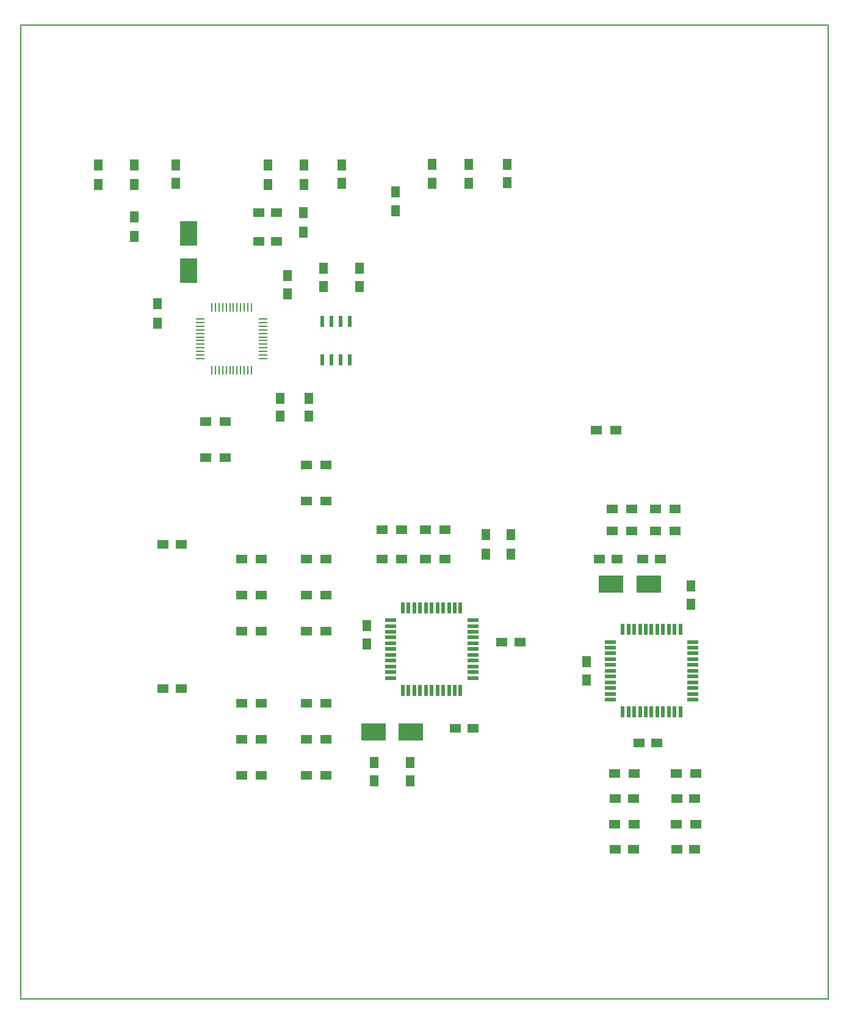
<source format=gbr>
%TF.GenerationSoftware,KiCad,Pcbnew,(5.0.1-3-g963ef8bb5)*%
%TF.CreationDate,2019-05-12T17:35:21+02:00*%
%TF.ProjectId,KaJUSBhub,4B614A5553426875622E6B696361645F,0.2*%
%TF.SameCoordinates,Original*%
%TF.FileFunction,Paste,Top*%
%TF.FilePolarity,Positive*%
%FSLAX46Y46*%
G04 Gerber Fmt 4.6, Leading zero omitted, Abs format (unit mm)*
G04 Created by KiCad (PCBNEW (5.0.1-3-g963ef8bb5)) date Sonntag, 12. Mai 2019 um 17:35:21*
%MOMM*%
%LPD*%
G01*
G04 APERTURE LIST*
%ADD10C,0.150000*%
%ADD11R,1.300000X1.500000*%
%ADD12R,1.250000X1.500000*%
%ADD13R,1.300000X0.250000*%
%ADD14R,0.250000X1.300000*%
%ADD15R,1.500000X1.250000*%
%ADD16R,1.500000X1.300000*%
%ADD17R,0.600000X1.550000*%
%ADD18R,3.500000X2.400000*%
%ADD19R,2.400000X3.500000*%
%ADD20R,0.550000X1.500000*%
%ADD21R,1.500000X0.550000*%
G04 APERTURE END LIST*
D10*
X108000000Y-155000000D02*
X108000000Y-20000000D01*
X220000000Y-155000000D02*
X108000000Y-155000000D01*
X108000000Y-20000000D02*
X220000000Y-20000000D01*
X220000000Y-20000000D02*
X220000000Y-155000000D01*
D11*
X176000000Y-90650000D03*
X176000000Y-93350000D03*
D12*
X156000000Y-105750000D03*
X156000000Y-103250000D03*
D13*
X141600000Y-66250000D03*
X141600000Y-65750000D03*
X141600000Y-65250000D03*
X141600000Y-64750000D03*
X141600000Y-64250000D03*
X141600000Y-63750000D03*
X141600000Y-63250000D03*
X141600000Y-62750000D03*
X141600000Y-62250000D03*
X141600000Y-61750000D03*
X141600000Y-61250000D03*
X141600000Y-60750000D03*
D14*
X140000000Y-59150000D03*
X139500000Y-59150000D03*
X139000000Y-59150000D03*
X138500000Y-59150000D03*
X138000000Y-59150000D03*
X137500000Y-59150000D03*
X137000000Y-59150000D03*
X136500000Y-59150000D03*
X136000000Y-59150000D03*
X135500000Y-59150000D03*
X135000000Y-59150000D03*
X134500000Y-59150000D03*
D13*
X132900000Y-60750000D03*
X132900000Y-61250000D03*
X132900000Y-61750000D03*
X132900000Y-62250000D03*
X132900000Y-62750000D03*
X132900000Y-63250000D03*
X132900000Y-63750000D03*
X132900000Y-64250000D03*
X132900000Y-64750000D03*
X132900000Y-65250000D03*
X132900000Y-65750000D03*
X132900000Y-66250000D03*
D14*
X134500000Y-67850000D03*
X135000000Y-67850000D03*
X135500000Y-67850000D03*
X136000000Y-67850000D03*
X136500000Y-67850000D03*
X137000000Y-67850000D03*
X137500000Y-67850000D03*
X138000000Y-67850000D03*
X138500000Y-67850000D03*
X139000000Y-67850000D03*
X139500000Y-67850000D03*
X140000000Y-67850000D03*
D15*
X201500000Y-127250000D03*
X199000000Y-127250000D03*
X201500000Y-134250000D03*
X199000000Y-134250000D03*
D12*
X162000000Y-122250000D03*
X162000000Y-124750000D03*
X157000000Y-122250000D03*
X157000000Y-124750000D03*
D15*
X192990000Y-134250000D03*
X190490000Y-134250000D03*
X193000000Y-127250000D03*
X190500000Y-127250000D03*
X177250000Y-105500000D03*
X174750000Y-105500000D03*
X170750000Y-117500000D03*
X168250000Y-117500000D03*
D12*
X155000000Y-56250000D03*
X155000000Y-53750000D03*
X150000000Y-56250000D03*
X150000000Y-53750000D03*
X145000000Y-57250000D03*
X145000000Y-54750000D03*
D15*
X143500000Y-46000000D03*
X141000000Y-46000000D03*
X143500000Y-50000000D03*
X141000000Y-50000000D03*
D12*
X148000000Y-74250000D03*
X148000000Y-71750000D03*
X144000000Y-74250000D03*
X144000000Y-71750000D03*
X129500000Y-39450000D03*
X129500000Y-41950000D03*
X152500000Y-39450000D03*
X152500000Y-41950000D03*
X175500000Y-39350000D03*
X175500000Y-41850000D03*
D15*
X127750000Y-92000000D03*
X130250000Y-92000000D03*
X127750000Y-112000000D03*
X130250000Y-112000000D03*
D11*
X118750000Y-42100000D03*
X118750000Y-39400000D03*
X123750000Y-39400000D03*
X123750000Y-42100000D03*
X142250000Y-42100000D03*
X142250000Y-39400000D03*
X147250000Y-39400000D03*
X147250000Y-42100000D03*
X165100000Y-41990000D03*
X165100000Y-39290000D03*
X170180000Y-39290000D03*
X170180000Y-41990000D03*
D16*
X150350000Y-99000000D03*
X147650000Y-99000000D03*
X147650000Y-104000000D03*
X150350000Y-104000000D03*
X150350000Y-119000000D03*
X147650000Y-119000000D03*
X147650000Y-124000000D03*
X150350000Y-124000000D03*
X141350000Y-99000000D03*
X138650000Y-99000000D03*
X138650000Y-104000000D03*
X141350000Y-104000000D03*
X141350000Y-119000000D03*
X138650000Y-119000000D03*
X138650000Y-124000000D03*
X141350000Y-124000000D03*
X147650000Y-86000000D03*
X150350000Y-86000000D03*
X198900000Y-123750000D03*
X201600000Y-123750000D03*
X198900000Y-130750000D03*
X201600000Y-130750000D03*
X190390000Y-130750000D03*
X193090000Y-130750000D03*
X190400000Y-123750000D03*
X193100000Y-123750000D03*
D11*
X172500000Y-90650000D03*
X172500000Y-93350000D03*
D16*
X160850000Y-90000000D03*
X158150000Y-90000000D03*
X160850000Y-94000000D03*
X158150000Y-94000000D03*
X150350000Y-81000000D03*
X147650000Y-81000000D03*
D11*
X123750000Y-49350000D03*
X123750000Y-46650000D03*
X147200000Y-48700000D03*
X147200000Y-46000000D03*
X160020000Y-45800000D03*
X160020000Y-43100000D03*
D16*
X147650000Y-94000000D03*
X150350000Y-94000000D03*
X147650000Y-114000000D03*
X150350000Y-114000000D03*
X138650000Y-94000000D03*
X141350000Y-94000000D03*
X138650000Y-114000000D03*
X141350000Y-114000000D03*
X133650000Y-75000000D03*
X136350000Y-75000000D03*
X136350000Y-80000000D03*
X133650000Y-80000000D03*
D11*
X127000000Y-61350000D03*
X127000000Y-58650000D03*
D17*
X149845000Y-66450000D03*
X151115000Y-66450000D03*
X152385000Y-66450000D03*
X153655000Y-66450000D03*
X153655000Y-61050000D03*
X152385000Y-61050000D03*
X151115000Y-61050000D03*
X149845000Y-61050000D03*
D18*
X162100000Y-118000000D03*
X156900000Y-118000000D03*
D19*
X131250000Y-48900000D03*
X131250000Y-54100000D03*
D15*
X188250000Y-94000000D03*
X190750000Y-94000000D03*
X194250000Y-94000000D03*
X196750000Y-94000000D03*
X196250000Y-119500000D03*
X193750000Y-119500000D03*
D12*
X201000000Y-100250000D03*
X201000000Y-97750000D03*
X186500000Y-110750000D03*
X186500000Y-108250000D03*
D16*
X166850000Y-90000000D03*
X164150000Y-90000000D03*
X164150000Y-94000000D03*
X166850000Y-94000000D03*
X198767739Y-90117930D03*
X196067739Y-90117930D03*
X196067739Y-87117930D03*
X198767739Y-87117930D03*
X187880000Y-76200000D03*
X190580000Y-76200000D03*
X190067739Y-90117930D03*
X192767739Y-90117930D03*
X192767739Y-87117930D03*
X190067739Y-87117930D03*
D20*
X169000000Y-112200000D03*
X168200000Y-112200000D03*
X167400000Y-112200000D03*
X166600000Y-112200000D03*
X165800000Y-112200000D03*
X165000000Y-112200000D03*
X164200000Y-112200000D03*
X163400000Y-112200000D03*
X162600000Y-112200000D03*
X161800000Y-112200000D03*
X161000000Y-112200000D03*
D21*
X159300000Y-110500000D03*
X159300000Y-109700000D03*
X159300000Y-108900000D03*
X159300000Y-108100000D03*
X159300000Y-107300000D03*
X159300000Y-106500000D03*
X159300000Y-105700000D03*
X159300000Y-104900000D03*
X159300000Y-104100000D03*
X159300000Y-103300000D03*
X159300000Y-102500000D03*
D20*
X161000000Y-100800000D03*
X161800000Y-100800000D03*
X162600000Y-100800000D03*
X163400000Y-100800000D03*
X164200000Y-100800000D03*
X165000000Y-100800000D03*
X165800000Y-100800000D03*
X166600000Y-100800000D03*
X167400000Y-100800000D03*
X168200000Y-100800000D03*
X169000000Y-100800000D03*
D21*
X170700000Y-102500000D03*
X170700000Y-103300000D03*
X170700000Y-104100000D03*
X170700000Y-104900000D03*
X170700000Y-105700000D03*
X170700000Y-106500000D03*
X170700000Y-107300000D03*
X170700000Y-108100000D03*
X170700000Y-108900000D03*
X170700000Y-109700000D03*
X170700000Y-110500000D03*
D20*
X191500000Y-115200000D03*
X192300000Y-115200000D03*
X193100000Y-115200000D03*
X193900000Y-115200000D03*
X194700000Y-115200000D03*
X195500000Y-115200000D03*
X196300000Y-115200000D03*
X197100000Y-115200000D03*
X197900000Y-115200000D03*
X198700000Y-115200000D03*
X199500000Y-115200000D03*
D21*
X201200000Y-113500000D03*
X201200000Y-112700000D03*
X201200000Y-111900000D03*
X201200000Y-111100000D03*
X201200000Y-110300000D03*
X201200000Y-109500000D03*
X201200000Y-108700000D03*
X201200000Y-107900000D03*
X201200000Y-107100000D03*
X201200000Y-106300000D03*
X201200000Y-105500000D03*
D20*
X199500000Y-103800000D03*
X198700000Y-103800000D03*
X197900000Y-103800000D03*
X197100000Y-103800000D03*
X196300000Y-103800000D03*
X195500000Y-103800000D03*
X194700000Y-103800000D03*
X193900000Y-103800000D03*
X193100000Y-103800000D03*
X192300000Y-103800000D03*
X191500000Y-103800000D03*
D21*
X189800000Y-105500000D03*
X189800000Y-106300000D03*
X189800000Y-107100000D03*
X189800000Y-107900000D03*
X189800000Y-108700000D03*
X189800000Y-109500000D03*
X189800000Y-110300000D03*
X189800000Y-111100000D03*
X189800000Y-111900000D03*
X189800000Y-112700000D03*
X189800000Y-113500000D03*
D18*
X195100000Y-97500000D03*
X189900000Y-97500000D03*
M02*

</source>
